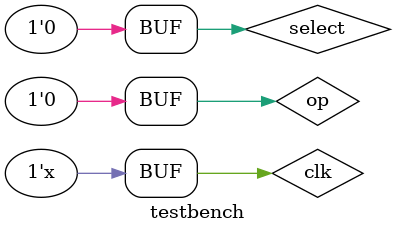
<source format=v>
module testbench;

	reg op,select,clk;
	wire rw,valid;  
	
	fsm3 uut (
	.clk(clk),
	.op(op),
	.select(select),
	.rw(rw),
	.valid(valid));
	
	initial begin
	//$monitor("Time=%0d op=%b, select=%b, clk=%b, rw=%b, valid=%b", $time, op,select,clk,rw,valid); 
	
	clk = 0;
    op = 0; select = 0; #10; 
	op = 1; select = 0; #10; 
	op = 0; select = 1; #10;
	op = 0; select = 1; #10; 
	op = 1; select = 0; #10; 
	op = 1; select = 0; #10;	
	op = 1; select = 1; #10; 
	op = 1; select = 1; #10;
	op = 0; select = 1; #10;
	op = 0; select = 0; #10;
	end

   
	
	always begin
    #5 clk = ~clk; 
    end
	 // $finish; 
endmodule
</source>
